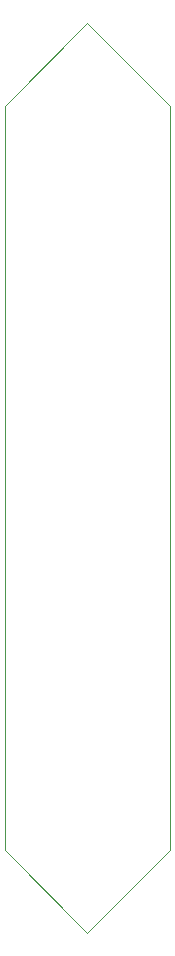
<source format=gm1>
G04 #@! TF.GenerationSoftware,KiCad,Pcbnew,6.0.2+dfsg-1*
G04 #@! TF.CreationDate,2022-11-12T16:17:19-08:00*
G04 #@! TF.ProjectId,separator,73657061-7261-4746-9f72-2e6b69636164,rev?*
G04 #@! TF.SameCoordinates,Original*
G04 #@! TF.FileFunction,Profile,NP*
%FSLAX46Y46*%
G04 Gerber Fmt 4.6, Leading zero omitted, Abs format (unit mm)*
G04 Created by KiCad (PCBNEW 6.0.2+dfsg-1) date 2022-11-12 16:17:19*
%MOMM*%
%LPD*%
G01*
G04 APERTURE LIST*
G04 #@! TA.AperFunction,Profile*
%ADD10C,0.100000*%
G04 #@! TD*
G04 APERTURE END LIST*
D10*
X150000000Y-59000000D02*
X150000000Y-122000000D01*
X150000000Y-122000000D02*
X143000000Y-129000000D01*
X143000000Y-129000000D02*
X136000000Y-122000000D01*
X136000000Y-122000000D02*
X136000000Y-59000000D01*
X136000000Y-59000000D02*
X143000000Y-52000000D01*
X143000000Y-52000000D02*
X150000000Y-59000000D01*
M02*

</source>
